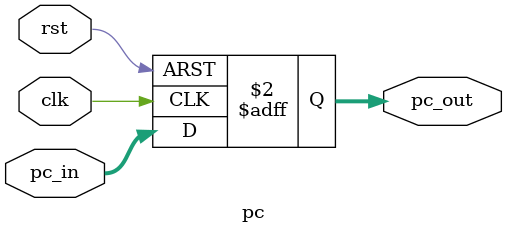
<source format=sv>
module pc (

    //in RISC-V XLEN donates the bits of CPU like 32bit or 64bit. Now XLEN=32bits
    input logic clk,
    input logic rst,
    input logic [31:0] pc_in,
    output logic [31:0] pc_out
);

  always_ff @(posedge clk or posedge rst) begin
    if (rst) begin
      pc_out <= 0;
    end else begin
      pc_out <= pc_in;
    end
  end
endmodule

</source>
